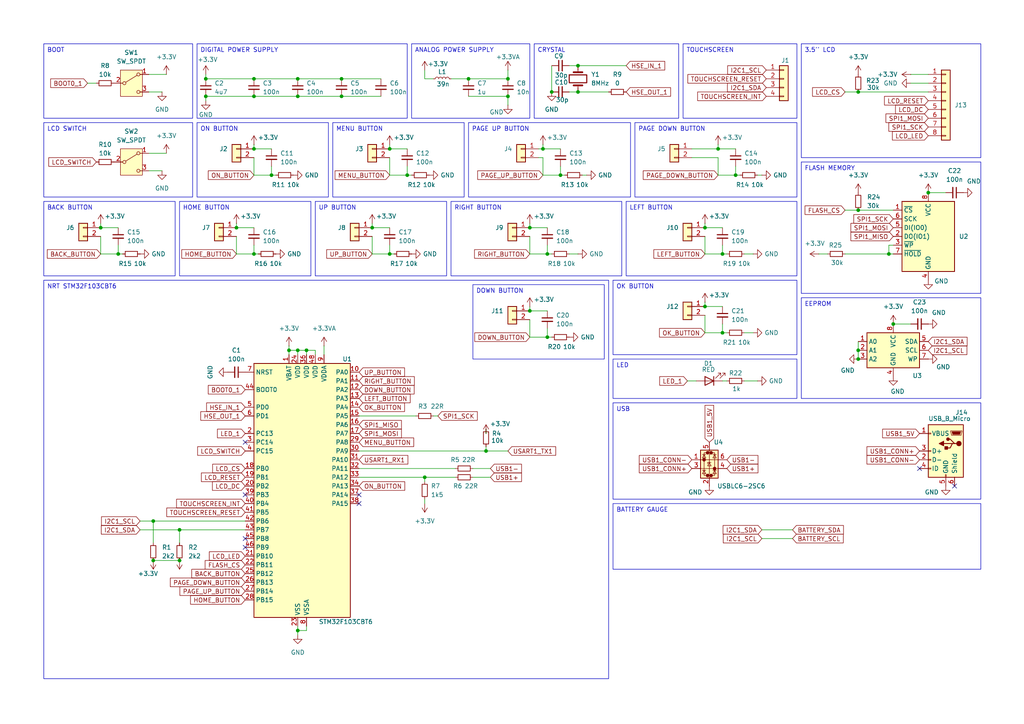
<source format=kicad_sch>
(kicad_sch (version 20231120) (generator "eeschema") (generator_version "8.0")
  (paper "A4")
  (title_block (title "PILOT") (date "2024-06-10") (rev "1.0"))
  (junction (at 86.36 101.6))
  (junction (at 158.75 97.79))
  (junction (at 113.03 43.18))
  (junction (at 248.92 60.96))
  (junction (at 107.95 66.04))
  (junction (at 86.36 27.94))
  (junction (at 73.66 27.94))
  (junction (at 73.66 73.66))
  (junction (at 257.81 73.66))
  (junction (at 153.67 66.04))
  (junction (at 140.97 130.81))
  (junction (at 162.56 50.8))
  (junction (at 44.45 162.56))
  (junction (at 34.29 73.66))
  (junction (at 158.75 73.66))
  (junction (at 52.07 162.56))
  (junction (at 118.11 50.8))
  (junction (at 204.47 88.9))
  (junction (at 259.08 93.98))
  (junction (at 209.55 96.52))
  (junction (at 52.07 153.67))
  (junction (at 86.36 22.86))
  (junction (at 86.36 182.88))
  (junction (at 83.82 101.6))
  (junction (at 208.28 43.18))
  (junction (at 73.66 43.18))
  (junction (at 209.55 73.66))
  (junction (at 213.36 50.8))
  (junction (at 99.06 27.94))
  (junction (at 157.48 43.18))
  (junction (at 160.02 26.67))
  (junction (at 29.21 66.04))
  (junction (at 147.32 27.94))
  (junction (at 123.19 138.43))
  (junction (at 73.66 22.86))
  (junction (at 204.47 66.04))
  (junction (at 88.9 101.6))
  (junction (at 153.67 90.17))
  (junction (at 269.24 55.88))
  (junction (at 44.45 151.13))
  (junction (at 78.74 50.8))
  (junction (at 248.92 26.67))
  (junction (at 68.58 66.04))
  (junction (at 135.89 22.86))
  (junction (at 167.64 19.05))
  (junction (at 167.64 26.67))
  (junction (at 248.92 104.14))
  (junction (at 147.32 22.86))
  (junction (at 113.03 73.66))
  (junction (at 248.92 101.6))
  (junction (at 59.69 27.94))
  (junction (at 99.06 22.86))
  (junction (at 59.69 22.86))
  (no_connect (at 71.12 143.51))
  (no_connect (at 104.14 146.05))
  (no_connect (at 71.12 158.75))
  (no_connect (at 104.14 143.51))
  (no_connect (at 276.86 140.97))
  (no_connect (at 266.7 135.89))
  (no_connect (at 71.12 128.27))
  (no_connect (at 71.12 156.21))
  (wire (pts (xy 29.21 66.04) (xy 34.29 66.04)))
  (wire (pts (xy 157.48 50.8) (xy 162.56 50.8)))
  (wire (pts (xy 43.18 49.53) (xy 46.99 49.53)))
  (wire (pts (xy 73.66 43.18) (xy 78.74 43.18)))
  (wire (pts (xy 44.45 157.48) (xy 44.45 151.13)))
  (wire (pts (xy 204.47 88.9) (xy 209.55 88.9)))
  (wire (pts (xy 80.01 50.8) (xy 78.74 50.8)))
  (wire (pts (xy 210.82 110.49) (xy 209.55 110.49)))
  (wire (pts (xy 107.95 68.58) (xy 107.95 73.66)))
  (wire (pts (xy 257.81 71.12) (xy 259.08 71.12)))
  (wire (pts (xy 248.92 26.67) (xy 269.24 26.67)))
  (wire (pts (xy 88.9 101.6) (xy 88.9 102.87)))
  (wire (pts (xy 165.1 19.05) (xy 167.64 19.05)))
  (wire (pts (xy 114.3 73.66) (xy 113.03 73.66)))
  (wire (pts (xy 158.75 73.66) (xy 158.75 71.12)))
  (wire (pts (xy 130.81 22.86) (xy 135.89 22.86)))
  (wire (pts (xy 107.95 66.04) (xy 113.03 66.04)))
  (wire (pts (xy 215.9 110.49) (xy 219.71 110.49)))
  (wire (pts (xy 156.21 43.18) (xy 157.48 43.18)))
  (wire (pts (xy 118.11 50.8) (xy 118.11 48.26)))
  (wire (pts (xy 167.64 73.66) (xy 165.1 73.66)))
  (wire (pts (xy 113.03 43.18) (xy 113.03 41.91)))
  (wire (pts (xy 208.28 43.18) (xy 213.36 43.18)))
  (wire (pts (xy 120.65 120.65) (xy 104.14 120.65)))
  (wire (pts (xy 59.69 21.59) (xy 59.69 22.86)))
  (wire (pts (xy 107.95 66.04) (xy 107.95 64.77)))
  (wire (pts (xy 204.47 91.44) (xy 204.47 96.52)))
  (wire (pts (xy 52.07 153.67) (xy 52.07 157.48)))
  (wire (pts (xy 220.98 156.21) (xy 229.87 156.21)))
  (wire (pts (xy 35.56 73.66) (xy 34.29 73.66)))
  (wire (pts (xy 83.82 100.33) (xy 83.82 101.6)))
  (wire (pts (xy 43.18 26.67) (xy 46.99 26.67)))
  (wire (pts (xy 208.28 50.8) (xy 213.36 50.8)))
  (wire (pts (xy 123.19 144.78) (xy 123.19 146.05)))
  (wire (pts (xy 88.9 182.88) (xy 88.9 181.61)))
  (wire (pts (xy 68.58 66.04) (xy 73.66 66.04)))
  (wire (pts (xy 140.97 124.46) (xy 140.97 125.73)))
  (wire (pts (xy 59.69 27.94) (xy 59.69 29.21)))
  (wire (pts (xy 137.16 138.43) (xy 142.24 138.43)))
  (wire (pts (xy 214.63 50.8) (xy 213.36 50.8)))
  (wire (pts (xy 119.38 50.8) (xy 118.11 50.8)))
  (wire (pts (xy 160.02 97.79) (xy 158.75 97.79)))
  (wire (pts (xy 44.45 162.56) (xy 52.07 162.56)))
  (wire (pts (xy 163.83 50.8) (xy 162.56 50.8)))
  (wire (pts (xy 248.92 60.96) (xy 259.08 60.96)))
  (wire (pts (xy 218.44 73.66) (xy 215.9 73.66)))
  (wire (pts (xy 204.47 66.04) (xy 209.55 66.04)))
  (wire (pts (xy 201.93 110.49) (xy 199.39 110.49)))
  (wire (pts (xy 73.66 73.66) (xy 73.66 71.12)))
  (wire (pts (xy 269.24 55.88) (xy 274.32 55.88)))
  (wire (pts (xy 86.36 181.61) (xy 86.36 182.88)))
  (wire (pts (xy 88.9 101.6) (xy 91.44 101.6)))
  (wire (pts (xy 245.11 73.66) (xy 257.81 73.66)))
  (wire (pts (xy 147.32 20.32) (xy 147.32 22.86)))
  (wire (pts (xy 147.32 27.94) (xy 147.32 30.48)))
  (wire (pts (xy 93.98 100.33) (xy 93.98 102.87)))
  (wire (pts (xy 78.74 50.8) (xy 78.74 48.26)))
  (wire (pts (xy 162.56 50.8) (xy 162.56 48.26)))
  (wire (pts (xy 157.48 45.72) (xy 156.21 45.72)))
  (wire (pts (xy 99.06 27.94) (xy 110.49 27.94)))
  (wire (pts (xy 113.03 73.66) (xy 113.03 71.12)))
  (wire (pts (xy 86.36 182.88) (xy 86.36 184.15)))
  (wire (pts (xy 29.21 66.04) (xy 29.21 64.77)))
  (wire (pts (xy 135.89 27.94) (xy 147.32 27.94)))
  (wire (pts (xy 73.66 50.8) (xy 78.74 50.8)))
  (wire (pts (xy 237.49 73.66) (xy 240.03 73.66)))
  (wire (pts (xy 204.47 68.58) (xy 204.47 73.66)))
  (wire (pts (xy 73.66 43.18) (xy 73.66 41.91)))
  (wire (pts (xy 104.14 135.89) (xy 132.08 135.89)))
  (wire (pts (xy 127 120.65) (xy 125.73 120.65)))
  (wire (pts (xy 52.07 153.67) (xy 71.12 153.67)))
  (wire (pts (xy 218.44 96.52) (xy 215.9 96.52)))
  (wire (pts (xy 264.16 21.59) (xy 269.24 21.59)))
  (wire (pts (xy 104.14 138.43) (xy 123.19 138.43)))
  (wire (pts (xy 157.48 43.18) (xy 157.48 41.91)))
  (wire (pts (xy 113.03 50.8) (xy 118.11 50.8)))
  (wire (pts (xy 153.67 92.71) (xy 153.67 97.79)))
  (wire (pts (xy 157.48 45.72) (xy 157.48 50.8)))
  (wire (pts (xy 68.58 73.66) (xy 73.66 73.66)))
  (wire (pts (xy 113.03 43.18) (xy 118.11 43.18)))
  (wire (pts (xy 34.29 73.66) (xy 34.29 71.12)))
  (wire (pts (xy 153.67 68.58) (xy 153.67 73.66)))
  (wire (pts (xy 167.64 26.67) (xy 176.53 26.67)))
  (wire (pts (xy 29.21 73.66) (xy 34.29 73.66)))
  (wire (pts (xy 209.55 73.66) (xy 209.55 71.12)))
  (wire (pts (xy 125.73 22.86) (xy 123.19 22.86)))
  (wire (pts (xy 113.03 45.72) (xy 113.03 50.8)))
  (wire (pts (xy 147.32 130.81) (xy 140.97 130.81)))
  (wire (pts (xy 158.75 97.79) (xy 158.75 95.25)))
  (wire (pts (xy 160.02 19.05) (xy 160.02 26.67)))
  (wire (pts (xy 259.08 93.98) (xy 264.16 93.98)))
  (wire (pts (xy 257.81 73.66) (xy 259.08 73.66)))
  (wire (pts (xy 204.47 66.04) (xy 204.47 64.77)))
  (wire (pts (xy 59.69 27.94) (xy 73.66 27.94)))
  (wire (pts (xy 68.58 66.04) (xy 68.58 64.77)))
  (wire (pts (xy 107.95 73.66) (xy 113.03 73.66)))
  (wire (pts (xy 257.81 71.12) (xy 257.81 73.66)))
  (wire (pts (xy 213.36 50.8) (xy 213.36 48.26)))
  (wire (pts (xy 73.66 22.86) (xy 86.36 22.86)))
  (wire (pts (xy 245.11 60.96) (xy 248.92 60.96)))
  (wire (pts (xy 83.82 101.6) (xy 83.82 102.87)))
  (wire (pts (xy 25.4 24.13) (xy 27.94 24.13)))
  (wire (pts (xy 208.28 43.18) (xy 208.28 41.91)))
  (wire (pts (xy 86.36 101.6) (xy 83.82 101.6)))
  (wire (pts (xy 167.64 19.05) (xy 181.61 19.05)))
  (wire (pts (xy 91.44 101.6) (xy 91.44 102.87)))
  (wire (pts (xy 43.18 44.45) (xy 48.26 44.45)))
  (wire (pts (xy 86.36 102.87) (xy 86.36 101.6)))
  (wire (pts (xy 245.11 26.67) (xy 248.92 26.67)))
  (wire (pts (xy 86.36 27.94) (xy 99.06 27.94)))
  (wire (pts (xy 208.28 45.72) (xy 208.28 50.8)))
  (wire (pts (xy 86.36 101.6) (xy 88.9 101.6)))
  (wire (pts (xy 86.36 22.86) (xy 99.06 22.86)))
  (wire (pts (xy 153.67 90.17) (xy 153.67 88.9)))
  (wire (pts (xy 68.58 68.58) (xy 68.58 73.66)))
  (wire (pts (xy 86.36 182.88) (xy 88.9 182.88)))
  (wire (pts (xy 59.69 22.86) (xy 73.66 22.86)))
  (wire (pts (xy 204.47 73.66) (xy 209.55 73.66)))
  (wire (pts (xy 140.97 129.54) (xy 140.97 130.81)))
  (wire (pts (xy 210.82 73.66) (xy 209.55 73.66)))
  (wire (pts (xy 142.24 135.89) (xy 137.16 135.89)))
  (wire (pts (xy 220.98 153.67) (xy 229.87 153.67)))
  (wire (pts (xy 165.1 26.67) (xy 167.64 26.67)))
  (wire (pts (xy 44.45 151.13) (xy 71.12 151.13)))
  (wire (pts (xy 153.67 73.66) (xy 158.75 73.66)))
  (wire (pts (xy 153.67 90.17) (xy 158.75 90.17)))
  (wire (pts (xy 99.06 22.86) (xy 110.49 22.86)))
  (wire (pts (xy 204.47 88.9) (xy 204.47 87.63)))
  (wire (pts (xy 140.97 130.81) (xy 104.14 130.81)))
  (wire (pts (xy 40.64 151.13) (xy 44.45 151.13)))
  (wire (pts (xy 209.55 96.52) (xy 209.55 93.98)))
  (wire (pts (xy 170.18 50.8) (xy 168.91 50.8)))
  (wire (pts (xy 135.89 22.86) (xy 147.32 22.86)))
  (wire (pts (xy 264.16 24.13) (xy 269.24 24.13)))
  (wire (pts (xy 204.47 96.52) (xy 209.55 96.52)))
  (wire (pts (xy 248.92 99.06) (xy 248.92 101.6)))
  (wire (pts (xy 74.93 73.66) (xy 73.66 73.66)))
  (wire (pts (xy 123.19 138.43) (xy 132.08 138.43)))
  (wire (pts (xy 123.19 22.86) (xy 123.19 20.32)))
  (wire (pts (xy 73.66 45.72) (xy 73.66 50.8)))
  (wire (pts (xy 248.92 101.6) (xy 248.92 104.14)))
  (wire (pts (xy 29.21 68.58) (xy 29.21 73.66)))
  (wire (pts (xy 220.98 50.8) (xy 219.71 50.8)))
  (wire (pts (xy 210.82 96.52) (xy 209.55 96.52)))
  (wire (pts (xy 160.02 73.66) (xy 158.75 73.66)))
  (wire (pts (xy 73.66 27.94) (xy 86.36 27.94)))
  (wire (pts (xy 153.67 97.79) (xy 158.75 97.79)))
  (wire (pts (xy 40.64 153.67) (xy 52.07 153.67)))
  (wire (pts (xy 123.19 138.43) (xy 123.19 139.7)))
  (wire (pts (xy 153.67 66.04) (xy 153.67 64.77)))
  (wire (pts (xy 157.48 43.18) (xy 162.56 43.18)))
  (wire (pts (xy 43.18 21.59) (xy 48.26 21.59)))
  (wire (pts (xy 208.28 43.18) (xy 200.66 43.18)))
  (wire (pts (xy 153.67 66.04) (xy 158.75 66.04)))
  (wire (pts (xy 208.28 45.72) (xy 200.66 45.72)))
  (text_box "ANALOG POWER SUPPLY" (at 119.38 12.7 0) (size 34.29 21.59) (effects (font (size 1.27 1.27)) (justify left top)))
  (text_box "BACK BUTTON" (at 12.7 58.42 0) (size 38.1 21.59) (effects (font (size 1.27 1.27)) (justify left top)))
  (text_box "DIGITAL POWER SUPPLY" (at 57.15 12.7 0) (size 60.96 21.59) (effects (font (size 1.27 1.27)) (justify left top)))
  (text_box "LEFT BUTTON" (at 181.61 58.42 0) (size 49.53 21.59) (effects (font (size 1.27 1.27)) (justify left top)))
  (text_box "ON BUTTON\n" (at 57.15 35.56 0) (size 38.1 21.59) (effects (font (size 1.27 1.27)) (justify left top)))
  (text_box "PAGE UP BUTTON\n" (at 135.89 35.56 0) (size 46.99 21.59) (effects (font (size 1.27 1.27)) (justify left top)))
  (text_box "USB\n" (at 177.8 116.84 0) (size 106.68 27.94) (effects (font (size 1.27 1.27)) (justify left top)))
  (text_box "3.5'' LCD" (at 232.41 12.7 0) (size 52.07 33.02) (effects (font (size 1.27 1.27)) (justify left top)))
  (text_box "FLASH MEMORY" (at 232.41 46.99 0) (size 52.07 38.1) (effects (font (size 1.27 1.27)) (justify left top)))
  (text_box "MENU BUTTON" (at 96.52 35.56 0) (size 38.1 21.59) (effects (font (size 1.27 1.27)) (justify left top)))
  (text_box "DOWN BUTTON" (at 137.16 82.55 0) (size 38.1 21.59) (effects (font (size 1.27 1.27)) (justify left top)))
  (text_box "PAGE DOWN BUTTON" (at 184.15 35.56 0) (size 46.99 21.59) (effects (font (size 1.27 1.27)) (justify left top)))
  (text_box "RIGHT BUTTON" (at 130.81 58.42 0) (size 49.53 21.59) (effects (font (size 1.27 1.27)) (justify left top)))
  (text_box "NRT STM32F103CBT6" (at 12.7 81.28 0) (size 163.83 115.57) (effects (font (size 1.27 1.27)) (justify left top)))
  (text_box "HOME BUTTON" (at 52.07 58.42 0) (size 38.1 21.59) (effects (font (size 1.27 1.27)) (justify left top)))
  (text_box "BATTERY GAUGE" (at 177.8 146.05 0) (size 106.68 19.05) (effects (font (size 1.27 1.27)) (justify left top)))
  (text_box "UP BUTTON" (at 91.44 58.42 0) (size 38.1 21.59) (effects (font (size 1.27 1.27)) (justify left top)))
  (text_box "EEPROM" (at 232.41 86.36 0) (size 52.07 29.21) (effects (font (size 1.27 1.27)) (justify left top)))
  (text_box "TOUCHSCREEN\n" (at 198.12 12.7 0) (size 33.02 21.59) (effects (font (size 1.27 1.27)) (justify left top)))
  (text_box "LED" (at 177.8 104.14 0) (size 53.34 11.43) (effects (font (size 1.27 1.27)) (justify left top)))
  (text_box "CRYSTAL\n" (at 154.94 12.7 0) (size 41.91 21.59) (effects (font (size 1.27 1.27)) (justify left top)))
  (text_box "LCD SWITCH\n" (at 12.7 35.56 0) (size 43.18 21.59) (effects (font (size 1.27 1.27)) (justify left top)))
  (text_box "BOOT" (at 12.7 12.7 0) (size 43.18 21.59) (effects (font (size 1.27 1.27)) (justify left top)))
  (text_box "OK BUTTON" (at 177.8 81.28 0) (size 53.34 21.59) (effects (font (size 1.27 1.27)) (justify left top)))
  (global_label "USB1+" (shape input) (at 210.82 135.89 0) (property "Intersheetrefs" "${INTERSHEET_REFS}" (effects (hide yes))))
  (global_label "MENU_BUTTON" (shape input) (at 104.14 128.27 0) (property "Intersheetrefs" "${INTERSHEET_REFS}" (effects (hide yes))))
  (global_label "RIGHT_BUTTON" (shape input) (at 104.14 110.49 0) (property "Intersheetrefs" "${INTERSHEET_REFS}" (effects (hide yes))))
  (global_label "HSE_IN_1" (shape input) (at 71.12 118.11 180) (property "Intersheetrefs" "${INTERSHEET_REFS}" (effects (hide yes))))
  (global_label "SPI1_SCK" (shape input) (at 127 120.65 0) (property "Intersheetrefs" "${INTERSHEET_REFS}" (effects (hide yes))))
  (global_label "LEFT_BUTTON" (shape input) (at 104.14 115.57 0) (property "Intersheetrefs" "${INTERSHEET_REFS}" (effects (hide yes))))
  (global_label "I2C1_SCL" (shape input) (at 222.25 20.32 180) (property "Intersheetrefs" "${INTERSHEET_REFS}" (effects (hide yes))))
  (global_label "USB1_5V" (shape input) (at 266.7 125.73 180) (property "Intersheetrefs" "${INTERSHEET_REFS}" (effects (hide yes))))
  (global_label "FLASH_CS" (shape input) (at 245.11 60.96 180) (property "Intersheetrefs" "${INTERSHEET_REFS}" (effects (hide yes))))
  (global_label "DOWN_BUTTON" (shape input) (at 153.67 97.79 180) (property "Intersheetrefs" "${INTERSHEET_REFS}" (effects (hide yes))))
  (global_label "RIGHT_BUTTON" (shape input) (at 153.67 73.66 180) (property "Intersheetrefs" "${INTERSHEET_REFS}" (effects (hide yes))))
  (global_label "LCD_RESET" (shape input) (at 269.24 29.21 180) (property "Intersheetrefs" "${INTERSHEET_REFS}" (effects (hide yes))))
  (global_label "OK_BUTTON" (shape input) (at 204.47 96.52 180) (property "Intersheetrefs" "${INTERSHEET_REFS}" (effects (hide yes))))
  (global_label "USB1_CONN+" (shape input) (at 200.66 135.89 180) (property "Intersheetrefs" "${INTERSHEET_REFS}" (effects (hide yes))))
  (global_label "FLASH_CS" (shape input) (at 71.12 163.83 180) (property "Intersheetrefs" "${INTERSHEET_REFS}" (effects (hide yes))))
  (global_label "PAGE_DOWN_BUTTON" (shape input) (at 208.28 50.8 180) (property "Intersheetrefs" "${INTERSHEET_REFS}" (effects (hide yes))))
  (global_label "I2C1_SDA" (shape input) (at 220.98 153.67 180) (property "Intersheetrefs" "${INTERSHEET_REFS}" (effects (hide yes))))
  (global_label "LCD_SWITCH" (shape input) (at 71.12 130.81 180) (property "Intersheetrefs" "${INTERSHEET_REFS}" (effects (hide yes))))
  (global_label "LEFT_BUTTON" (shape input) (at 204.47 73.66 180) (property "Intersheetrefs" "${INTERSHEET_REFS}" (effects (hide yes))))
  (global_label "PAGE_UP_BUTTON" (shape input) (at 157.48 50.8 180) (property "Intersheetrefs" "${INTERSHEET_REFS}" (effects (hide yes))))
  (global_label "BOOT0_1" (shape input) (at 25.4 24.13 180) (property "Intersheetrefs" "${INTERSHEET_REFS}" (effects (hide yes))))
  (global_label "SPI1_SCK" (shape input) (at 259.08 63.5 180) (property "Intersheetrefs" "${INTERSHEET_REFS}" (effects (hide yes))))
  (global_label "USB1_5V" (shape input) (at 205.74 128.27 90) (property "Intersheetrefs" "${INTERSHEET_REFS}" (effects (hide yes))))
  (global_label "LED_1" (shape input) (at 71.12 125.73 180) (property "Intersheetrefs" "${INTERSHEET_REFS}" (effects (hide yes))))
  (global_label "MENU_BUTTON" (shape input) (at 113.03 50.8 180) (property "Intersheetrefs" "${INTERSHEET_REFS}" (effects (hide yes))))
  (global_label "OK_BUTTON" (shape input) (at 104.14 118.11 0) (property "Intersheetrefs" "${INTERSHEET_REFS}" (effects (hide yes))))
  (global_label "PAGE_UP_BUTTON" (shape input) (at 71.12 171.45 180) (property "Intersheetrefs" "${INTERSHEET_REFS}" (effects (hide yes))))
  (global_label "TOUCHSCREEN_RESET" (shape input) (at 71.12 148.59 180) (property "Intersheetrefs" "${INTERSHEET_REFS}" (effects (hide yes))))
  (global_label "I2C1_SCL" (shape input) (at 220.98 156.21 180) (property "Intersheetrefs" "${INTERSHEET_REFS}" (effects (hide yes))))
  (global_label "DOWN_BUTTON" (shape input) (at 104.14 113.03 0) (property "Intersheetrefs" "${INTERSHEET_REFS}" (effects (hide yes))))
  (global_label "LCD_DC" (shape input) (at 71.12 140.97 180) (property "Intersheetrefs" "${INTERSHEET_REFS}" (effects (hide yes))))
  (global_label "LCD_DC" (shape input) (at 269.24 31.75 180) (property "Intersheetrefs" "${INTERSHEET_REFS}" (effects (hide yes))))
  (global_label "USB1-" (shape input) (at 210.82 133.35 0) (property "Intersheetrefs" "${INTERSHEET_REFS}" (effects (hide yes))))
  (global_label "SPI1_SCK" (shape input) (at 269.24 36.83 180) (property "Intersheetrefs" "${INTERSHEET_REFS}" (effects (hide yes))))
  (global_label "HOME_BUTTON" (shape input) (at 68.58 73.66 180) (property "Intersheetrefs" "${INTERSHEET_REFS}" (effects (hide yes))))
  (global_label "BATTERY_SDA" (shape input) (at 229.87 153.67 0) (property "Intersheetrefs" "${INTERSHEET_REFS}" (effects (hide yes))))
  (global_label "ON_BUTTON" (shape input) (at 73.66 50.8 180) (property "Intersheetrefs" "${INTERSHEET_REFS}" (effects (hide yes))))
  (global_label "LCD_LED" (shape input) (at 269.24 39.37 180) (property "Intersheetrefs" "${INTERSHEET_REFS}" (effects (hide yes))))
  (global_label "USB1_CONN-" (shape input) (at 266.7 133.35 180) (property "Intersheetrefs" "${INTERSHEET_REFS}" (effects (hide yes))))
  (global_label "USB1_CONN-" (shape input) (at 200.66 133.35 180) (property "Intersheetrefs" "${INTERSHEET_REFS}" (effects (hide yes))))
  (global_label "SPI1_MOSI" (shape input) (at 269.24 34.29 180) (property "Intersheetrefs" "${INTERSHEET_REFS}" (effects (hide yes))))
  (global_label "SPI1_MISO" (shape input) (at 104.14 123.19 0) (property "Intersheetrefs" "${INTERSHEET_REFS}" (effects (hide yes))))
  (global_label "BACK_BUTTON" (shape input) (at 71.12 166.37 180) (property "Intersheetrefs" "${INTERSHEET_REFS}" (effects (hide yes))))
  (global_label "I2C1_SCL" (shape input) (at 269.24 101.6 0) (property "Intersheetrefs" "${INTERSHEET_REFS}" (effects (hide yes))))
  (global_label "SPI1_MOSI" (shape input) (at 259.08 66.04 180) (property "Intersheetrefs" "${INTERSHEET_REFS}" (effects (hide yes))))
  (global_label "TOUCHSCREEN_INT" (shape input) (at 222.25 27.94 180) (property "Intersheetrefs" "${INTERSHEET_REFS}" (effects (hide yes))))
  (global_label "SPI1_MOSI" (shape input) (at 104.14 125.73 0) (property "Intersheetrefs" "${INTERSHEET_REFS}" (effects (hide yes))))
  (global_label "HSE_IN_1" (shape input) (at 181.61 19.05 0) (property "Intersheetrefs" "${INTERSHEET_REFS}" (effects (hide yes))))
  (global_label "BACK_BUTTON" (shape input) (at 29.21 73.66 180) (property "Intersheetrefs" "${INTERSHEET_REFS}" (effects (hide yes))))
  (global_label "USART1_RX1" (shape input) (at 104.14 133.35 0) (property "Intersheetrefs" "${INTERSHEET_REFS}" (effects (hide yes))))
  (global_label "SPI1_MISO" (shape input) (at 259.08 68.58 180) (property "Intersheetrefs" "${INTERSHEET_REFS}" (effects (hide yes))))
  (global_label "ON_BUTTON" (shape input) (at 104.14 140.97 0) (property "Intersheetrefs" "${INTERSHEET_REFS}" (effects (hide yes))))
  (global_label "BATTERY_SCL" (shape input) (at 229.87 156.21 0) (property "Intersheetrefs" "${INTERSHEET_REFS}" (effects (hide yes))))
  (global_label "LCD_LED" (shape input) (at 71.12 161.29 180) (property "Intersheetrefs" "${INTERSHEET_REFS}" (effects (hide yes))))
  (global_label "HSE_OUT_1" (shape input) (at 181.61 26.67 0) (property "Intersheetrefs" "${INTERSHEET_REFS}" (effects (hide yes))))
  (global_label "LCD_RESET" (shape input) (at 71.12 138.43 180) (property "Intersheetrefs" "${INTERSHEET_REFS}" (effects (hide yes))))
  (global_label "TOUCHSCREEN_RESET" (shape input) (at 222.25 22.86 180) (property "Intersheetrefs" "${INTERSHEET_REFS}" (effects (hide yes))))
  (global_label "LCD_SWITCH" (shape input) (at 27.94 46.99 180) (property "Intersheetrefs" "${INTERSHEET_REFS}" (effects (hide yes))))
  (global_label "HSE_OUT_1" (shape input) (at 71.12 120.65 180) (property "Intersheetrefs" "${INTERSHEET_REFS}" (effects (hide yes))))
  (global_label "I2C1_SDA" (shape input) (at 269.24 99.06 0) (property "Intersheetrefs" "${INTERSHEET_REFS}" (effects (hide yes))))
  (global_label "BOOT0_1" (shape input) (at 71.12 113.03 180) (property "Intersheetrefs" "${INTERSHEET_REFS}" (effects (hide yes))))
  (global_label "HOME_BUTTON" (shape input) (at 71.12 173.99 180) (property "Intersheetrefs" "${INTERSHEET_REFS}" (effects (hide yes))))
  (global_label "I2C1_SDA" (shape input) (at 222.25 25.4 180) (property "Intersheetrefs" "${INTERSHEET_REFS}" (effects (hide yes))))
  (global_label "LED_1" (shape input) (at 199.39 110.49 180) (property "Intersheetrefs" "${INTERSHEET_REFS}" (effects (hide yes))))
  (global_label "UP_BUTTON" (shape input) (at 107.95 73.66 180) (property "Intersheetrefs" "${INTERSHEET_REFS}" (effects (hide yes))))
  (global_label "LCD_CS" (shape input) (at 245.11 26.67 180) (property "Intersheetrefs" "${INTERSHEET_REFS}" (effects (hide yes))))
  (global_label "USB1+" (shape input) (at 142.24 138.43 0) (property "Intersheetrefs" "${INTERSHEET_REFS}" (effects (hide yes))))
  (global_label "USB1_CONN+" (shape input) (at 266.7 130.81 180) (property "Intersheetrefs" "${INTERSHEET_REFS}" (effects (hide yes))))
  (global_label "PAGE_DOWN_BUTTON" (shape input) (at 71.12 168.91 180) (property "Intersheetrefs" "${INTERSHEET_REFS}" (effects (hide yes))))
  (global_label "I2C1_SDA" (shape input) (at 40.64 153.67 180) (property "Intersheetrefs" "${INTERSHEET_REFS}" (effects (hide yes))))
  (global_label "LCD_CS" (shape input) (at 71.12 135.89 180) (property "Intersheetrefs" "${INTERSHEET_REFS}" (effects (hide yes))))
  (global_label "USART1_TX1" (shape input) (at 147.32 130.81 0) (property "Intersheetrefs" "${INTERSHEET_REFS}" (effects (hide yes))))
  (global_label "UP_BUTTON" (shape input) (at 104.14 107.95 0) (property "Intersheetrefs" "${INTERSHEET_REFS}" (effects (hide yes))))
  (global_label "I2C1_SCL" (shape input) (at 40.64 151.13 180) (property "Intersheetrefs" "${INTERSHEET_REFS}" (effects (hide yes))))
  (global_label "USB1-" (shape input) (at 142.24 135.89 0) (property "Intersheetrefs" "${INTERSHEET_REFS}" (effects (hide yes))))
  (global_label "TOUCHSCREEN_INT" (shape input) (at 71.12 146.05 180) (property "Intersheetrefs" "${INTERSHEET_REFS}" (effects (hide yes))))
  (symbol (lib_id "Device:C_Small") (at 209.55 68.58 0) (unit 1)
    (property "Reference" "C19" (at 212.09 67.3162 0) (effects (justify left)))
    (property "Value" "100n" (at 212.09 69.8562 0) (effects (justify left)))
    (property "Footprint" "Capacitor_SMD:C_0402_1005Metric" (effects (hide yes)))
    (property "Description" "Unpolarized capacitor, small symbol" (effects (hide yes)))
  )
  (symbol (lib_id "power:GND") (at 274.32 140.97 0) (unit 1)
    (property "Reference" "#PWR0100" (effects (hide yes)))
    (property "Value" "GND" (at 272.288 142.748 0) (effects (justify right)))
    (property "Description" "Power symbol creates a global label with name \"GND\" , ground" (effects (hide yes)))
  )
  (symbol (lib_id "power:+3.3V") (at 44.45 162.56 180) (unit 1)
    (property "Reference" "#PWR057" (effects (hide yes)))
    (property "Value" "+3.3V" (at 42.926 166.37 0))
    (property "Description" "Power symbol creates a global label with name \"+3.3V\"" (effects (hide yes)))
  )
  (symbol (lib_id "Device:R_Small") (at 44.45 160.02 180) (unit 1)
    (property "Reference" "R1" (at 46.99 158.7499 0) (effects (justify right)))
    (property "Value" "2k2" (at 46.99 161.2899 0) (effects (justify right)))
    (property "Footprint" "Resistor_SMD:R_0402_1005Metric" (effects (hide yes)))
    (property "Description" "Resistor, small symbol" (effects (hide yes)))
  )
  (symbol (lib_id "Device:R_Small") (at 248.92 24.13 0) (unit 1)
    (property "Reference" "R23" (at 251.206 23.368 0) (effects (justify left)))
    (property "Value" "30k" (at 251.46 25.3999 0) (effects (justify left)))
    (property "Footprint" "Resistor_SMD:R_0201_0603Metric" (effects (hide yes)))
    (property "Description" "Resistor, small symbol" (effects (hide yes)))
  )
  (symbol (lib_id "power:+3.3V") (at 259.08 93.98 0) (unit 1)
    (property "Reference" "#PWR096" (effects (hide yes)))
    (property "Value" "+3.3V" (at 259.08 88.9 0))
    (property "Description" "Power symbol creates a global label with name \"+3.3V\"" (effects (hide yes)))
  )
  (symbol (lib_id "Connector_Generic:Conn_01x02") (at 63.5 66.04 0) (mirror y) (unit 1)
    (property "Reference" "J7" (at 60.96 66.0399 0) (effects (justify left)))
    (property "Value" "Conn_01x02" (effects (hide yes)))
    (property "Footprint" "Connector_JST:JST_GH_BM02B-GHS-TBT_1x02-1MP_P1.25mm_Vertical" (effects (hide yes)))
    (property "Description" "Generic connector, single row, 01x02, script generated (kicad-library-utils/schlib/autogen/connector/)" (effects (hide yes)))
  )
  (symbol (lib_id "Connector_Generic:Conn_01x02") (at 151.13 43.18 0) (mirror y) (unit 1)
    (property "Reference" "J4" (at 148.59 43.1799 0) (effects (justify left)))
    (property "Value" "Conn_01x02" (effects (hide yes)))
    (property "Footprint" "Connector_JST:JST_GH_BM02B-GHS-TBT_1x02-1MP_P1.25mm_Vertical" (effects (hide yes)))
    (property "Description" "Generic connector, single row, 01x02, script generated (kicad-library-utils/schlib/autogen/connector/)" (effects (hide yes)))
  )
  (symbol (lib_id "Connector_Generic:Conn_01x02") (at 195.58 43.18 0) (mirror y) (unit 1)
    (property "Reference" "J5" (at 193.04 43.1799 0) (effects (justify left)))
    (property "Value" "Conn_01x02" (effects (hide yes)))
    (property "Footprint" "Connector_JST:JST_GH_BM02B-GHS-TBT_1x02-1MP_P1.25mm_Vertical" (effects (hide yes)))
    (property "Description" "Generic connector, single row, 01x02, script generated (kicad-library-utils/schlib/autogen/connector/)" (effects (hide yes)))
  )
  (symbol (lib_id "power:+3.3V") (at 264.16 21.59 90) (unit 1)
    (property "Reference" "#PWR098" (effects (hide yes)))
    (property "Value" "+3.3V" (at 260.35 21.5899 90) (effects (justify left)))
    (property "Description" "Power symbol creates a global label with name \"+3.3V\"" (effects (hide yes)))
  )
  (symbol (lib_id "power:GND") (at 59.69 29.21 0) (unit 1)
    (property "Reference" "#PWR064" (effects (hide yes)))
    (property "Value" "GND" (at 59.69 33.274 0))
    (property "Description" "Power symbol creates a global label with name \"GND\" , ground" (effects (hide yes)))
  )
  (symbol (lib_id "power:GND") (at 170.18 50.8 90) (unit 1)
    (property "Reference" "#PWR085" (effects (hide yes)))
    (property "Value" "GND" (at 175.514 50.8 90))
    (property "Description" "Power symbol creates a global label with name \"GND\" , ground" (effects (hide yes)))
  )
  (symbol (lib_id "power:+3.3V") (at 123.19 20.32 0) (unit 1)
    (property "Reference" "#PWR076" (effects (hide yes)))
    (property "Value" "+3.3V" (at 127 18.542 0))
    (property "Description" "Power symbol creates a global label with name \"+3.3V\"" (effects (hide yes)))
  )
  (symbol (lib_id "Device:R_Small") (at 116.84 73.66 90) (unit 1)
    (property "Reference" "R17" (at 115.062 76.454 90))
    (property "Value" "10k" (at 119.38 76.454 90))
    (property "Footprint" "Resistor_SMD:R_0402_1005Metric" (effects (hide yes)))
    (property "Description" "Resistor, small symbol" (effects (hide yes)))
  )
  (symbol (lib_id "Memory_Flash:W25X40CLSS") (at 269.24 68.58 0) (unit 1)
    (property "Reference" "U2" (at 278.13 68.5799 0) (effects (justify left)))
    (property "Value" "W25X40CLSS" (effects (hide yes)))
    (property "Footprint" "Package_SO:SOIC-8_5.275x5.275mm_P1.27mm" (effects (hide yes)))
    (property "Datasheet" "https://www.winbond.com/resource-files/W25X40CL_G%2020210505.pdf" (effects (hide yes)))
    (property "Description" "4Mbit Serial Flash memory, dual I/O SPI, SOIC-8 208mil" (effects (hide yes)))
  )
  (symbol (lib_id "power:+3.3V") (at 48.26 21.59 0) (unit 1)
    (property "Reference" "#PWR060" (effects (hide yes)))
    (property "Value" "+3.3V" (at 48.26 16.51 0))
    (property "Description" "Power symbol creates a global label with name \"+3.3V\"" (effects (hide yes)))
  )
  (symbol (lib_id "Device:C_Small") (at 276.86 55.88 270) (unit 1)
    (property "Reference" "C22" (at 276.8536 49.53 90))
    (property "Value" "100n" (at 276.8536 52.07 90))
    (property "Footprint" "Capacitor_SMD:C_0402_1005Metric" (effects (hide yes)))
    (property "Description" "Unpolarized capacitor, small symbol" (effects (hide yes)))
  )
  (symbol (lib_id "power:+3.3VA") (at 93.98 100.33 0) (unit 1)
    (property "Reference" "#PWR043" (effects (hide yes)))
    (property "Value" "+3.3VA" (at 93.98 95.25 0))
    (property "Description" "Power symbol creates a global label with name \"+3.3VA\"" (effects (hide yes)))
  )
  (symbol (lib_id "Connector:USB_B_Micro") (at 274.32 130.81 0) (mirror y) (unit 1)
    (property "Reference" "J14" (at 277.114 119.634 0) (effects (justify right)))
    (property "Value" "USB_B_Micro" (at 269.24 121.412 0) (effects (justify right)))
    (property "Footprint" "Connector_USB:USB_Micro-B_Molex-105017-0001" (effects (hide yes)))
    (property "Description" "USB Micro Type B connector" (effects (hide yes)))
  )
  (symbol (lib_id "power:+3.3V") (at 52.07 162.56 180) (unit 1)
    (property "Reference" "#PWR062" (effects (hide yes)))
    (property "Value" "+3.3V" (effects (hide yes)))
    (property "Description" "Power symbol creates a global label with name \"+3.3V\"" (effects (hide yes)))
  )
  (symbol (lib_id "Device:C_Small") (at 118.11 45.72 0) (unit 1)
    (property "Reference" "C12" (at 120.65 44.4562 0) (effects (justify left)))
    (property "Value" "100n" (at 120.65 46.9962 0) (effects (justify left)))
    (property "Footprint" "Capacitor_SMD:C_0402_1005Metric" (effects (hide yes)))
    (property "Description" "Unpolarized capacitor, small symbol" (effects (hide yes)))
  )
  (symbol (lib_id "Device:R_Small") (at 248.92 58.42 0) (unit 1)
    (property "Reference" "R24" (at 251.46 57.1499 0) (effects (justify left)))
    (property "Value" "30k" (at 251.46 59.6899 0) (effects (justify left)))
    (property "Footprint" "flash_cs" (effects (hide yes)))
    (property "Description" "Resistor, small symbol" (effects (hide yes)))
  )
  (symbol (lib_id "Device:C_Small") (at 209.55 91.44 0) (unit 1)
    (property "Reference" "C21" (at 212.09 90.1762 0) (effects (justify left)))
    (property "Value" "100n" (at 212.09 92.7162 0) (effects (justify left)))
    (property "Footprint" "Capacitor_SMD:C_0402_1005Metric" (effects (hide yes)))
    (property "Description" "Unpolarized capacitor, small symbol" (effects (hide yes)))
  )
  (symbol (lib_id "Device:R_Small") (at 213.36 73.66 90) (unit 1)
    (property "Reference" "R19" (at 211.582 76.454 90))
    (property "Value" "10k" (at 215.9 76.454 90))
    (property "Footprint" "Resistor_SMD:R_0402_1005Metric" (effects (hide yes)))
    (property "Description" "Resistor, small symbol" (effects (hide yes)))
  )
  (symbol (lib_id "power:+3.3V") (at 269.24 55.88 0) (unit 1)
    (property "Reference" "#PWR0101" (effects (hide yes)))
    (property "Value" "+3.3V" (at 269.24 50.8 0))
    (property "Description" "Power symbol creates a global label with name \"+3.3V\"" (effects (hide yes)))
  )
  (symbol (lib_id "Device:C_Small") (at 86.36 25.4 0) (unit 1)
    (property "Reference" "C4" (at 88.9 24.1362 0) (effects (justify left)))
    (property "Value" "100n" (at 88.9 26.6762 0) (effects (justify left)))
    (property "Footprint" "Capacitor_SMD:C_0402_1005Metric" (effects (hide yes)))
    (property "Description" "Unpolarized capacitor, small symbol" (effects (hide yes)))
  )
  (symbol (lib_id "Device:R_Small") (at 123.19 120.65 270) (unit 1)
    (property "Reference" "R3" (at 123.952 117.856 90) (effects (justify right)))
    (property "Value" "22R" (at 128.778 117.856 90) (effects (justify right)))
    (property "Footprint" "Resistor_SMD:R_0402_1005Metric" (effects (hide yes)))
    (property "Description" "Resistor, small symbol" (effects (hide yes)))
  )
  (symbol (lib_id "power:+3.3V") (at 237.49 73.66 90) (unit 1)
    (property "Reference" "#PWR092" (effects (hide yes)))
    (property "Value" "+3.3V" (at 239.268 70.612 90) (effects (justify left)))
    (property "Description" "Power symbol creates a global label with name \"+3.3V\"" (effects (hide yes)))
  )
  (symbol (lib_id "Device:R_Small") (at 140.97 127 180) (unit 1)
    (property "Reference" "R4" (at 144.018 125.73 0))
    (property "Value" "10k" (at 144.272 127.762 0))
    (property "Footprint" "Resistor_SMD:R_0402_1005Metric" (effects (hide yes)))
    (property "Description" "Resistor, small symbol" (effects (hide yes)))
  )
  (symbol (lib_id "Device:C_Small") (at 59.69 25.4 0) (unit 1)
    (property "Reference" "C2" (at 62.23 24.1362 0) (effects (justify left)))
    (property "Value" "4u7" (at 62.23 26.6762 0) (effects (justify left)))
    (property "Footprint" "Capacitor_SMD:C_0603_1608Metric" (effects (hide yes)))
    (property "Description" "Unpolarized capacitor, small symbol" (effects (hide yes)))
  )
  (symbol (lib_id "power:+3.3V") (at 123.19 146.05 180) (unit 1)
    (property "Reference" "#PWR077" (effects (hide yes)))
    (property "Value" "+3.3V" (at 123.19 151.13 0))
    (property "Description" "Power symbol creates a global label with name \"+3.3V\"" (effects (hide yes)))
  )
  (symbol (lib_id "Device:R_Small") (at 121.92 50.8 90) (unit 1)
    (property "Reference" "R12" (at 120.142 53.594 90))
    (property "Value" "10k" (at 124.46 53.594 90))
    (property "Footprint" "Resistor_SMD:R_0402_1005Metric" (effects (hide yes)))
    (property "Description" "Resistor, small symbol" (effects (hide yes)))
  )
  (symbol (lib_id "power:GND") (at 124.46 50.8 90) (unit 1)
    (property "Reference" "#PWR078" (effects (hide yes)))
    (property "Value" "GND" (at 129.794 50.8 90))
    (property "Description" "Power symbol creates a global label with name \"GND\" , ground" (effects (hide yes)))
  )
  (symbol (lib_id "power:+3.3V") (at 248.92 21.59 0) (unit 1)
    (property "Reference" "#PWR093" (effects (hide yes)))
    (property "Value" "+3.3V" (at 248.92 16.51 0))
    (property "Description" "Power symbol creates a global label with name \"+3.3V\"" (effects (hide yes)))
  )
  (symbol (lib_id "Device:R_Small") (at 162.56 97.79 90) (unit 1)
    (property "Reference" "R20" (at 160.782 100.584 90))
    (property "Value" "10k" (at 165.1 100.584 90))
    (property "Footprint" "Resistor_SMD:R_0402_1005Metric" (effects (hide yes)))
    (property "Description" "Resistor, small symbol" (effects (hide yes)))
  )
  (symbol (lib_id "Device:R_Small") (at 30.48 46.99 270) (unit 1)
    (property "Reference" "R10" (at 30.48 41.91 90))
    (property "Value" "10k" (at 30.48 44.45 90))
    (property "Footprint" "Resistor_SMD:R_0402_1005Metric" (effects (hide yes)))
    (property "Description" "Resistor, small symbol" (effects (hide yes)))
  )
  (symbol (lib_id "power:GND") (at 269.24 81.28 0) (unit 1)
    (property "Reference" "#PWR0102" (effects (hide yes)))
    (property "Value" "GND" (at 273.05 81.534 0))
    (property "Description" "Power symbol creates a global label with name \"GND\" , ground" (effects (hide yes)))
  )
  (symbol (lib_id "Device:R_Small") (at 213.36 110.49 90) (unit 1)
    (property "Reference" "R22" (at 213.36 108.204 90))
    (property "Value" "1k" (at 213.614 112.776 90))
    (property "Footprint" "Resistor_SMD:R_0201_0603Metric" (effects (hide yes)))
    (property "Description" "Resistor, small symbol" (effects (hide yes)))
  )
  (symbol (lib_id "Device:R_Small") (at 82.55 50.8 90) (unit 1)
    (property "Reference" "R11" (at 80.772 53.594 90))
    (property "Value" "10k" (at 85.09 53.594 90))
    (property "Footprint" "Resistor_SMD:R_0402_1005Metric" (effects (hide yes)))
    (property "Description" "Resistor, small symbol" (effects (hide yes)))
  )
  (symbol (lib_id "Connector_Generic:Conn_01x02") (at 148.59 66.04 0) (mirror y) (unit 1)
    (property "Reference" "J9" (at 146.05 66.0399 0) (effects (justify left)))
    (property "Value" "Conn_01x02" (effects (hide yes)))
    (property "Footprint" "Connector_JST:JST_GH_BM02B-GHS-TBT_1x02-1MP_P1.25mm_Vertical" (effects (hide yes)))
    (property "Description" "Generic connector, single row, 01x02, script generated (kicad-library-utils/schlib/autogen/connector/)" (effects (hide yes)))
  )
  (symbol (lib_id "power:GND") (at 264.16 24.13 270) (unit 1)
    (property "Reference" "#PWR099" (effects (hide yes)))
    (property "Value" "GND" (at 260.35 24.1299 90) (effects (justify right)))
    (property "Description" "Power symbol creates a global label with name \"GND\" , ground" (effects (hide yes)))
  )
  (symbol (lib_id "Connector_Generic:Conn_01x02") (at 68.58 43.18 0) (mirror y) (unit 1)
    (property "Reference" "J2" (at 66.04 43.1799 0) (effects (justify left)))
    (property "Value" "Conn_01x02" (effects (hide yes)))
    (property "Footprint" "Connector_JST:JST_GH_BM02B-GHS-TBT_1x02-1MP_P1.25mm_Vertical" (effects (hide yes)))
    (property "Description" "Generic connector, single row, 01x02, script generated (kicad-library-utils/schlib/autogen/connector/)" (effects (hide yes)))
  )
  (symbol (lib_id "power:+3.3V") (at 68.58 64.77 0) (unit 1)
    (property "Reference" "#PWR066" (effects (hide yes)))
    (property "Value" "+3.3V" (at 72.644 62.738 0))
    (property "Description" "Power symbol creates a global label with name \"+3.3V\"" (effects (hide yes)))
  )
  (symbol (lib_id "power:GND") (at 40.64 73.66 90) (unit 1)
    (property "Reference" "#PWR056" (effects (hide yes)))
    (property "Value" "GND" (at 45.974 73.66 90))
    (property "Description" "Power symbol creates a global label with name \"GND\" , ground" (effects (hide yes)))
  )
  (symbol (lib_id "power:GND") (at 66.04 107.95 270) (unit 1)
    (property "Reference" "#PWR065" (effects (hide yes)))
    (property "Value" "GND" (at 60.96 107.95 0))
    (property "Description" "Power symbol creates a global label with name \"GND\" , ground" (effects (hide yes)))
  )
  (symbol (lib_id "power:GND") (at 205.74 140.97 0) (unit 1)
    (property "Reference" "#PWR034" (effects (hide yes)))
    (property "Value" "GND" (at 203.708 142.748 0) (effects (justify right)))
    (property "Description" "Power symbol creates a global label with name \"GND\" , ground" (effects (hide yes)))
  )
  (symbol (lib_id "Device:R_Small") (at 52.07 160.02 180) (unit 1)
    (property "Reference" "R2" (at 54.61 158.7499 0) (effects (justify right)))
    (property "Value" "2k2" (at 54.61 161.2899 0) (effects (justify right)))
    (property "Footprint" "Resistor_SMD:R_0402_1005Metric" (effects (hide yes)))
    (property "Description" "Resistor, small symbol" (effects (hide yes)))
  )
  (symbol (lib_id "Device:C_Small") (at 158.75 68.58 0) (unit 1)
    (property "Reference" "C18" (at 161.29 67.3162 0) (effects (justify left)))
    (property "Value" "100n" (at 161.29 69.8562 0) (effects (justify left)))
    (property "Footprint" "Capacitor_SMD:C_0402_1005Metric" (effects (hide yes)))
    (property "Description" "Unpolarized capacitor, small symbol" (effects (hide yes)))
  )
  (symbol (lib_id "power:+3.3V") (at 113.03 41.91 0) (unit 1)
    (property "Reference" "#PWR074" (effects (hide yes)))
    (property "Value" "+3.3V" (at 117.094 39.878 0))
    (property "Description" "Power symbol creates a global label with name \"+3.3V\"" (effects (hide yes)))
  )
  (symbol (lib_id "Device:LED") (at 205.74 110.49 180) (unit 1)
    (property "Reference" "D1" (at 205.486 105.41 0))
    (property "Value" "RED" (at 205.486 107.188 0))
    (property "Footprint" "Capacitor_SMD:C_0201_0603Metric" (effects (hide yes)))
    (property "Description" "Light emitting diode" (effects (hide yes)))
  )
  (symbol (lib_id "Device:L_Small") (at 128.27 22.86 90) (unit 1)
    (property "Reference" "L1" (at 128.27 20.828 90))
    (property "Value" "39n" (at 128.524 24.384 90))
    (property "Footprint" "Inductor_SMD:L_0402_1005Metric" (effects (hide yes)))
    (property "Description" "Inductor, small symbol" (effects (hide yes)))
  )
  (symbol (lib_id "Device:Crystal") (at 167.64 22.86 90) (unit 1)
    (property "Reference" "Y1" (at 171.45 21.5899 90) (effects (justify right)))
    (property "Value" "8MHz" (at 171.45 24.1299 90) (effects (justify right)))
    (property "Footprint" "Crystal:Crystal_SMD_5032-2Pin_5.0x3.2mm" (effects (hide yes)))
    (property "Description" "Two pin crystal" (effects (hide yes)))
  )
  (symbol (lib_id "power:+3.3V") (at 153.67 88.9 0) (unit 1)
    (property "Reference" "#PWR044" (effects (hide yes)))
    (property "Value" "+3.3V" (at 157.734 86.868 0))
    (property "Description" "Power symbol creates a global label with name \"+3.3V\"" (effects (hide yes)))
  )
  (symbol (lib_id "power:+3.3V") (at 83.82 100.33 0) (unit 1)
    (property "Reference" "#PWR069" (effects (hide yes)))
    (property "Value" "+3.3V" (at 83.82 95.25 0))
    (property "Description" "Power symbol creates a global label with name \"+3.3V\"" (effects (hide yes)))
  )
  (symbol (lib_id "Device:C_Small") (at 162.56 26.67 90) (unit 1)
    (property "Reference" "C10" (at 162.814 23.876 90))
    (property "Value" "30p" (at 163.068 28.956 90))
    (property "Footprint" "Capacitor_SMD:C_0201_0603Metric" (effects (hide yes)))
    (property "Description" "Unpolarized capacitor, small symbol" (effects (hide yes)))
  )
  (symbol (lib_id "Switch:SW_SPDT") (at 38.1 46.99 0) (unit 1)
    (property "Reference" "SW2" (at 38.1 38.1 0))
    (property "Value" "SW_SPDT" (at 38.1 40.64 0))
    (property "Footprint" "Button_Switch_SMD:SW_SPDT_PCM12" (effects (hide yes)))
    (property "Description" "Switch, single pole double throw" (effects (hide yes)))
  )
  (symbol (lib_id "Device:R_Small") (at 123.19 142.24 180) (unit 1)
    (property "Reference" "R7" (at 124.968 140.97 0) (effects (justify right)))
    (property "Value" "1k5" (at 124.968 143.51 0) (effects (justify right)))
    (property "Footprint" "Resistor_SMD:R_0402_1005Metric" (effects (hide yes)))
    (property "Description" "Resistor, small symbol" (effects (hide yes)))
  )
  (symbol (lib_id "Device:C_Small") (at 147.32 25.4 0) (unit 1)
    (property "Reference" "C8" (at 149.86 24.1362 0) (effects (justify left)))
    (property "Value" "10n" (at 149.86 26.6762 0) (effects (justify left)))
    (property "Footprint" "Capacitor_SMD:C_0402_1005Metric" (effects (hide yes)))
    (property "Description" "Unpolarized capacitor, small symbol" (effects (hide yes)))
  )
  (symbol (lib_id "Device:R_Small") (at 77.47 73.66 90) (unit 1)
    (property "Reference" "R16" (at 75.692 76.454 90))
    (property "Value" "10k" (at 80.01 76.454 90))
    (property "Footprint" "Resistor_SMD:R_0402_1005Metric" (effects (hide yes)))
    (property "Description" "Resistor, small symbol" (effects (hide yes)))
  )
  (symbol (lib_id "power:GND") (at 220.98 50.8 90) (unit 1)
    (property "Reference" "#PWR091" (effects (hide yes)))
    (property "Value" "GND" (at 226.314 50.8 90))
    (property "Description" "Power symbol creates a global label with name \"GND\" , ground" (effects (hide yes)))
  )
  (symbol (lib_id "Device:R_Small") (at 162.56 73.66 90) (unit 1)
    (property "Reference" "R18" (at 160.782 76.454 90))
    (property "Value" "10k" (at 165.1 76.454 90))
    (property "Footprint" "Resistor_SMD:R_0402_1005Metric" (effects (hide yes)))
    (property "Description" "Resistor, small symbol" (effects (hide yes)))
  )
  (symbol (lib_id "power:GND") (at 80.01 73.66 90) (unit 1)
    (property "Reference" "#PWR068" (effects (hide yes)))
    (property "Value" "GND" (at 85.344 73.66 90))
    (property "Description" "Power symbol creates a global label with name \"GND\" , ground" (effects (hide yes)))
  )
  (symbol (lib_id "Device:R_Small") (at 166.37 50.8 90) (unit 1)
    (property "Reference" "R13" (at 164.592 53.594 90))
    (property "Value" "10k" (at 168.91 53.594 90))
    (property "Footprint" "Resistor_SMD:R_0402_1005Metric" (effects (hide yes)))
    (property "Description" "Resistor, small symbol" (effects (hide yes)))
  )
  (symbol (lib_id "power:GND") (at 160.02 26.67 0) (unit 1)
    (property "Reference" "#PWR083" (effects (hide yes)))
    (property "Value" "GND" (at 160.02 31.75 0))
    (property "Description" "Power symbol creates a global label with name \"GND\" , ground" (effects (hide yes)))
  )
  (symbol (lib_id "Connector_Generic:Conn_01x02") (at 148.59 90.17 0) (mirror y) (unit 1)
    (property "Reference" "J11" (at 146.05 90.1699 0) (effects (justify left)))
    (property "Value" "Conn_01x02" (effects (hide yes)))
    (property "Footprint" "Connector_JST:JST_GH_BM02B-GHS-TBT_1x02-1MP_P1.25mm_Vertical" (effects (hide yes)))
    (property "Description" "Generic connector, single row, 01x02, script generated (kicad-library-utils/schlib/autogen/connector/)" (effects (hide yes)))
  )
  (symbol (lib_id "Device:R_Small") (at 134.62 138.43 270) (unit 1)
    (property "Reference" "R6" (at 134.112 140.97 90) (effects (justify right)))
    (property "Value" "22R" (at 138.684 140.97 90) (effects (justify right)))
    (property "Footprint" "Resistor_SMD:R_0402_1005Metric" (effects (hide yes)))
    (property "Description" "Resistor, small symbol" (effects (hide yes)))
  )
  (symbol (lib_id "Device:R_Small") (at 38.1 73.66 90) (unit 1)
    (property "Reference" "R15" (at 36.322 76.454 90))
    (property "Value" "10k" (at 40.64 76.454 90))
    (property "Footprint" "Resistor_SMD:R_0402_1005Metric" (effects (hide yes)))
    (property "Description" "Resistor, small symbol" (effects (hide yes)))
  )
  (symbol (lib_id "Device:C_Small") (at 34.29 68.58 0) (unit 1)
    (property "Reference" "C15" (at 36.83 67.3162 0) (effects (justify left)))
    (property "Value" "100n" (at 36.83 69.8562 0) (effects (justify left)))
    (property "Footprint" "Capacitor_SMD:C_0402_1005Metric" (effects (hide yes)))
    (property "Description" "Unpolarized capacitor, small symbol" (effects (hide yes)))
  )
  (symbol (lib_id "power:+3.3V") (at 48.26 44.45 0) (unit 1)
    (property "Reference" "#PWR061" (effects (hide yes)))
    (property "Value" "+3.3V" (at 48.26 39.37 0))
    (property "Description" "Power symbol creates a global label with name \"+3.3V\"" (effects (hide yes)))
  )
  (symbol (lib_id "Power_Protection:USBLC6-2SC6") (at 205.74 133.35 0) (unit 1)
    (property "Reference" "U4" (at 207.01 128.27 0) (effects (justify left)))
    (property "Value" "USBLC6-2SC6" (at 208.026 140.97 0) (effects (justify left)))
    (property "Footprint" "Package_TO_SOT_SMD:SOT-23-6" (effects (hide yes)))
    (property "Datasheet" "https://www.st.com/resource/en/datasheet/usblc6-2.pdf" (effects (hide yes)))
    (property "Description" "Very low capacitance ESD protection diode, 2 data-line, SOT-23-6" (effects (hide yes)))
  )
  (symbol (lib_id "power:GND") (at 85.09 50.8 90) (unit 1)
    (property "Reference" "#PWR070" (effects (hide yes)))
    (property "Value" "GND" (at 90.424 50.8 90))
    (property "Description" "Power symbol creates a global label with name \"GND\" , ground" (effects (hide yes)))
  )
  (symbol (lib_id "power:GND") (at 86.36 184.15 0) (unit 1)
    (property "Reference" "#PWR071" (effects (hide yes)))
    (property "Value" "GND" (at 86.36 189.23 0))
    (property "Description" "Power symbol creates a global label with name \"GND\" , ground" (effects (hide yes)))
  )
  (symbol (lib_id "power:GND") (at 46.99 26.67 0) (unit 1)
    (property "Reference" "#PWR058" (effects (hide yes)))
    (property "Value" "GND" (at 46.99 31.75 0))
    (property "Description" "Power symbol creates a global label with name \"GND\" , ground" (effects (hide yes)))
  )
  (symbol (lib_id "power:GND") (at 147.32 30.48 0) (unit 1)
    (property "Reference" "#PWR080" (effects (hide yes)))
    (property "Value" "GND" (at 144.018 32.512 0))
    (property "Description" "Power symbol creates a global label with name \"GND\" , ground" (effects (hide yes)))
  )
  (symbol (lib_id "Device:C_Small") (at 110.49 25.4 0) (unit 1)
    (property "Reference" "C6" (at 113.03 24.1362 0) (effects (justify left)))
    (property "Value" "100n" (at 113.03 26.6762 0) (effects (justify left)))
    (property "Footprint" "Capacitor_SMD:C_0402_1005Metric" (effects (hide yes)))
    (property "Description" "Unpolarized capacitor, small symbol" (effects (hide yes)))
  )
  (symbol (lib_id "Switch:SW_SPDT") (at 38.1 24.13 0) (unit 1)
    (property "Reference" "SW1" (at 38.1 15.24 0))
    (property "Value" "SW_SPDT" (at 38.1 17.78 0))
    (property "Footprint" "Button_Switch_SMD:SW_SPDT_PCM12" (effects (hide yes)))
    (property "Description" "Switch, single pole double throw" (effects (hide yes)))
  )
  (symbol (lib_id "Device:R_Small") (at 179.07 26.67 270) (unit 1)
    (property "Reference" "R9" (at 179.07 21.59 90))
    (property "Value" "0" (at 179.07 24.13 90))
    (property "Footprint" "Resistor_SMD:R_0402_1005Metric" (effects (hide yes)))
    (property "Description" "Resistor, small symbol" (effects (hide yes)))
  )
  (symbol (lib_id "power:+3.3V") (at 73.66 41.91 0) (unit 1)
    (property "Reference" "#PWR067" (effects (hide yes)))
    (property "Value" "+3.3V" (at 77.724 39.878 0))
    (property "Description" "Power symbol creates a global label with name \"+3.3V\"" (effects (hide yes)))
  )
  (symbol (lib_id "power:GND") (at 269.24 104.14 90) (unit 1)
    (property "Reference" "#PWR0104" (effects (hide yes)))
    (property "Value" "GND" (at 271.526 106.426 90) (effects (justify right)))
    (property "Description" "Power symbol creates a global label with name \"GND\" , ground" (effects (hide yes)))
  )
  (symbol (lib_id "Device:R_Small") (at 30.48 24.13 270) (unit 1)
    (property "Reference" "R8" (at 30.48 19.05 90))
    (property "Value" "10k" (at 30.48 21.59 90))
    (property "Footprint" "Resistor_SMD:R_0402_1005Metric" (effects (hide yes)))
    (property "Description" "Resistor, small symbol" (effects (hide yes)))
  )
  (symbol (lib_id "Connector_Generic:Conn_01x02") (at 199.39 88.9 0) (mirror y) (unit 1)
    (property "Reference" "J12" (at 196.85 88.8999 0) (effects (justify left)))
    (property "Value" "Conn_01x02" (effects (hide yes)))
    (property "Footprint" "Connector_JST:JST_GH_BM02B-GHS-TBT_1x02-1MP_P1.25mm_Vertical" (effects (hide yes)))
    (property "Description" "Generic connector, single row, 01x02, script generated (kicad-library-utils/schlib/autogen/connector/)" (effects (hide yes)))
  )
  (symbol (lib_id "power:+3.3V") (at 29.21 64.77 0) (unit 1)
    (property "Reference" "#PWR055" (effects (hide yes)))
    (property "Value" "+3.3V" (at 33.274 62.738 0))
    (property "Description" "Power symbol creates a global label with name \"+3.3V\"" (effects (hide yes)))
  )
  (symbol (lib_id "power:GND") (at 219.71 110.49 90) (unit 1)
    (property "Reference" "#PWR04" (effects (hide yes)))
    (property "Value" "GND" (at 225.044 110.49 90))
    (property "Description" "Power symbol creates a global label with name \"GND\" , ground" (effects (hide yes)))
  )
  (symbol (lib_id "power:+3.3V") (at 153.67 64.77 0) (unit 1)
    (property "Reference" "#PWR081" (effects (hide yes)))
    (property "Value" "+3.3V" (at 157.734 62.738 0))
    (property "Description" "Power symbol creates a global label with name \"+3.3V\"" (effects (hide yes)))
  )
  (symbol (lib_id "power:GND") (at 218.44 73.66 90) (unit 1)
    (property "Reference" "#PWR089" (effects (hide yes)))
    (property "Value" "GND" (at 223.774 73.66 90))
    (property "Description" "Power symbol creates a global label with name \"GND\" , ground" (effects (hide yes)))
  )
  (symbol (lib_id "Device:R_Small") (at 134.62 135.89 270) (unit 1)
    (property "Reference" "R5" (at 133.35 133.35 90) (effects (justify right)))
    (property "Value" "22R" (at 137.922 133.35 90) (effects (justify right)))
    (property "Footprint" "Resistor_SMD:R_0402_1005Metric" (effects (hide yes)))
    (property "Description" "Resistor, small symbol" (effects (hide yes)))
  )
  (symbol (lib_id "Device:C_Small") (at 213.36 45.72 0) (unit 1)
    (property "Reference" "C14" (at 215.9 44.4562 0) (effects (justify left)))
    (property "Value" "100n" (at 215.9 46.9962 0) (effects (justify left)))
    (property "Footprint" "Capacitor_SMD:C_0402_1005Metric" (effects (hide yes)))
    (property "Description" "Unpolarized capacitor, small symbol" (effects (hide yes)))
  )
  (symbol (lib_id "Connector_Generic:Conn_01x08") (at 274.32 29.21 0) (unit 1)
    (property "Reference" "J13" (at 276.86 30.4799 0) (effects (justify left)))
    (property "Value" "3.5'' LCD" (effects (hide yes)))
    (property "Footprint" "Connector_JST:JST_ZH_B8B-ZR-SM4-TF_1x08-1MP_P1.50mm_Vertical" (effects (hide yes)))
    (property "Description" "Generic connector, single row, 01x08, script generated (kicad-library-utils/schlib/autogen/connector/)" (effects (hide yes)))
  )
  (symbol (lib_id "Device:C_Small") (at 73.66 68.58 0) (unit 1)
    (property "Reference" "C16" (at 76.2 67.3162 0) (effects (justify left)))
    (property "Value" "100n" (at 76.2 69.8562 0) (effects (justify left)))
    (property "Footprint" "Capacitor_SMD:C_0402_1005Metric" (effects (hide yes)))
    (property "Description" "Unpolarized capacitor, small symbol" (effects (hide yes)))
  )
  (symbol (lib_id "power:+3.3V") (at 248.92 55.88 0) (unit 1)
    (property "Reference" "#PWR094" (effects (hide yes)))
    (property "Value" "+3.3V" (at 248.92 50.8 0))
    (property "Description" "Power symbol creates a global label with name \"+3.3V\"" (effects (hide yes)))
  )
  (symbol (lib_id "Device:C_Small") (at 266.7 93.98 270) (unit 1)
    (property "Reference" "C23" (at 266.6936 87.63 90))
    (property "Value" "100n" (at 266.6936 90.17 90))
    (property "Footprint" "Capacitor_SMD:C_0402_1005Metric" (effects (hide yes)))
    (property "Description" "Unpolarized capacitor, small symbol" (effects (hide yes)))
  )
  (symbol (lib_id "Device:R_Small") (at 213.36 96.52 90) (unit 1)
    (property "Reference" "R21" (at 211.582 99.314 90))
    (property "Value" "10k" (at 215.9 99.314 90))
    (property "Footprint" "Resistor_SMD:R_0402_1005Metric" (effects (hide yes)))
    (property "Description" "Resistor, small symbol" (effects (hide yes)))
  )
  (symbol (lib_id "Device:C_Small") (at 135.89 25.4 0) (unit 1)
    (property "Reference" "C7" (at 138.43 24.1362 0) (effects (justify left)))
    (property "Value" "1u" (at 138.43 26.6762 0) (effects (justify left)))
    (property "Footprint" "Capacitor_SMD:C_0402_1005Metric" (effects (hide yes)))
    (property "Description" "Unpolarized capacitor, small symbol" (effects (hide yes)))
  )
  (symbol (lib_id "Connector_Generic:Conn_01x02") (at 107.95 43.18 0) (mirror y) (unit 1)
    (property "Reference" "J3" (at 105.41 43.1799 0) (effects (justify left)))
    (property "Value" "Conn_01x02" (effects (hide yes)))
    (property "Footprint" "Connector_JST:JST_GH_BM02B-GHS-TBT_1x02-1MP_P1.25mm_Vertical" (effects (hide yes)))
    (property "Description" "Generic connector, single row, 01x02, script generated (kicad-library-utils/schlib/autogen/connector/)" (effects (hide yes)))
  )
  (symbol (lib_id "power:+3.3V") (at 208.28 41.91 0) (unit 1)
    (property "Reference" "#PWR088" (effects (hide yes)))
    (property "Value" "+3.3V" (at 212.344 39.878 0))
    (property "Description" "Power symbol creates a global label with name \"+3.3V\"" (effects (hide yes)))
  )
  (symbol (lib_id "Device:C_Small") (at 162.56 45.72 0) (unit 1)
    (property "Reference" "C13" (at 165.1 44.4562 0) (effects (justify left)))
    (property "Value" "100n" (at 165.1 46.9962 0) (effects (justify left)))
    (property "Footprint" "Capacitor_SMD:C_0402_1005Metric" (effects (hide yes)))
    (property "Description" "Unpolarized capacitor, small symbol" (effects (hide yes)))
  )
  (symbol (lib_id "power:GND") (at 279.4 55.88 90) (unit 1)
    (property "Reference" "#PWR0105" (effects (hide yes)))
    (property "Value" "GND" (at 280.416 52.578 90) (effects (justify right)))
    (property "Description" "Power symbol creates a global label with name \"GND\" , ground" (effects (hide yes)))
  )
  (symbol (lib_id "power:+3.3VA") (at 147.32 20.32 0) (unit 1)
    (property "Reference" "#PWR079" (effects (hide yes)))
    (property "Value" "+3.3VA" (at 147.32 16.51 0))
    (property "Description" "Power symbol creates a global label with name \"+3.3VA\"" (effects (hide yes)))
  )
  (symbol (lib_id "Memory_EEPROM:AT24CS01-XHM") (at 259.08 101.6 0) (unit 1)
    (property "Reference" "U3" (at 264.668 108.966 0) (effects (justify left)))
    (property "Value" "AT24CS01-XHM" (effects (hide yes)))
    (property "Footprint" "Package_SO:SOP-8_3.9x4.9mm_P1.27mm" (effects (hide yes)))
    (property "Datasheet" "http://ww1.microchip.com/downloads/en/DeviceDoc/Atmel-8815-SEEPROM-AT24CS01-02-Datasheet.pdf" (effects (hide yes)))
    (property "Description" "I2C Serial EEPROM, 1Kb (128x8) with Unique Serial Number, TSSOP8" (effects (hide yes)))
  )
  (symbol (lib_id "power:GND") (at 167.64 73.66 90) (unit 1)
    (property "Reference" "#PWR084" (effects (hide yes)))
    (property "Value" "GND" (at 172.974 73.66 90))
    (property "Description" "Power symbol creates a global label with name \"GND\" , ground" (effects (hide yes)))
  )
  (symbol (lib_id "power:GND") (at 119.38 73.66 90) (unit 1)
    (property "Reference" "#PWR075" (effects (hide yes)))
    (property "Value" "GND" (at 124.714 73.66 90))
    (property "Description" "Power symbol creates a global label with name \"GND\" , ground" (effects (hide yes)))
  )
  (symbol (lib_id "Device:C_Small") (at 99.06 25.4 0) (unit 1)
    (property "Reference" "C5" (at 101.6 24.1362 0) (effects (justify left)))
    (property "Value" "100n" (at 101.6 26.6762 0) (effects (justify left)))
    (property "Footprint" "Capacitor_SMD:C_0402_1005Metric" (effects (hide yes)))
    (property "Description" "Unpolarized capacitor, small symbol" (effects (hide yes)))
  )
  (symbol (lib_id "power:GND") (at 165.1 97.79 90) (unit 1)
    (property "Reference" "#PWR045" (effects (hide yes)))
    (property "Value" "GND" (at 170.434 97.79 90))
    (property "Description" "Power symbol creates a global label with name \"GND\" , ground" (effects (hide yes)))
  )
  (symbol (lib_id "Device:C_Small") (at 68.58 107.95 270) (unit 1)
    (property "Reference" "C1" (at 68.5736 101.6 90))
    (property "Value" "100n" (at 68.5736 104.14 90))
    (property "Footprint" "Capacitor_SMD:C_0402_1005Metric" (effects (hide yes)))
    (property "Description" "Unpolarized capacitor, small symbol" (effects (hide yes)))
  )
  (symbol (lib_id "power:+3.3V") (at 59.69 21.59 0) (unit 1)
    (property "Reference" "#PWR063" (effects (hide yes)))
    (property "Value" "+3.3V" (at 60.198 17.272 0))
    (property "Description" "Power symbol creates a global label with name \"+3.3V\"" (effects (hide yes)))
  )
  (symbol (lib_id "Connector_Generic:Conn_01x04") (at 227.33 22.86 0) (unit 1)
    (property "Reference" "J1" (at 226.568 17.526 0) (effects (justify left)))
    (property "Value" "Touchscreen" (effects (hide yes)))
    (property "Footprint" "Connector_JST:JST_GH_BM04B-GHS-TBT_1x04-1MP_P1.25mm_Vertical" (effects (hide yes)))
    (property "Description" "Generic connector, single row, 01x04, script generated (kicad-library-utils/schlib/autogen/connector/)" (effects (hide yes)))
  )
  (symbol (lib_id "Device:C_Small") (at 162.56 19.05 90) (unit 1)
    (property "Reference" "C9" (at 162.052 16.256 90))
    (property "Value" "30p" (at 162.814 21.844 90))
    (property "Footprint" "Capacitor_SMD:C_0201_0603Metric" (effects (hide yes)))
    (property "Description" "Unpolarized capacitor, small symbol" (effects (hide yes)))
  )
  (symbol (lib_id "power:+3.3V") (at 157.48 41.91 0) (unit 1)
    (property "Reference" "#PWR082" (effects (hide yes)))
    (property "Value" "+3.3V" (at 161.544 39.878 0))
    (property "Description" "Power symbol creates a global label with name \"+3.3V\"" (effects (hide yes)))
  )
  (symbol (lib_id "Device:C_Small") (at 73.66 25.4 0) (unit 1)
    (property "Reference" "C3" (at 76.2 24.1362 0) (effects (justify left)))
    (property "Value" "100n" (at 76.2 26.6762 0) (effects (justify left)))
    (property "Footprint" "Capacitor_SMD:C_0402_1005Metric" (effects (hide yes)))
    (property "Description" "Unpolarized capacitor, small symbol" (effects (hide yes)))
  )
  (symbol (lib_id "Connector_Generic:Conn_01x02") (at 24.13 66.04 0) (mirror y) (unit 1)
    (property "Reference" "J6" (at 21.59 66.0399 0) (effects (justify left)))
    (property "Value" "Conn_01x02" (effects (hide yes)))
    (property "Footprint" "Connector_JST:JST_GH_BM02B-GHS-TBT_1x02-1MP_P1.25mm_Vertical" (effects (hide yes)))
    (property "Description" "Generic connector, single row, 01x02, script generated (kicad-library-utils/schlib/autogen/connector/)" (effects (hide yes)))
  )
  (symbol (lib_id "Connector_Generic:Conn_01x02") (at 102.87 66.04 0) (mirror y) (unit 1)
    (property "Reference" "J8" (at 100.33 66.0399 0) (effects (justify left)))
    (property "Value" "Conn_01x02" (effects (hide yes)))
    (property "Footprint" "Connector_JST:JST_GH_BM02B-GHS-TBT_1x02-1MP_P1.25mm_Vertical" (effects (hide yes)))
    (property "Description" "Generic connector, single row, 01x02, script generated (kicad-library-utils/schlib/autogen/connector/)" (effects (hide yes)))
  )
  (symbol (lib_id "power:GND") (at 259.08 109.22 0) (unit 1)
    (property "Reference" "#PWR097" (effects (hide yes)))
    (property "Value" "GND" (at 262.382 113.538 0) (effects (justify right)))
    (property "Description" "Power symbol creates a global label with name \"GND\" , ground" (effects (hide yes)))
  )
  (symbol (lib_id "Connector_Generic:Conn_01x02") (at 199.39 66.04 0) (mirror y) (unit 1)
    (property "Reference" "J10" (at 196.85 66.0399 0) (effects (justify left)))
    (property "Value" "Conn_01x02" (effects (hide yes)))
    (property "Footprint" "Connector_JST:JST_GH_BM02B-GHS-TBT_1x02-1MP_P1.25mm_Vertical" (effects (hide yes)))
    (property "Description" "Generic connector, single row, 01x02, script generated (kicad-library-utils/schlib/autogen/connector/)" (effects (hide yes)))
  )
  (symbol (lib_id "power:GND") (at 218.44 96.52 90) (unit 1)
    (property "Reference" "#PWR090" (effects (hide yes)))
    (property "Value" "GND" (at 223.774 96.52 90))
    (property "Description" "Power symbol creates a global label with name \"GND\" , ground" (effects (hide yes)))
  )
  (symbol (lib_id "power:+3.3V") (at 204.47 87.63 0) (unit 1)
    (property "Reference" "#PWR087" (effects (hide yes)))
    (property "Value" "+3.3V" (at 208.534 85.598 0))
    (property "Description" "Power symbol creates a global label with name \"+3.3V\"" (effects (hide yes)))
  )
  (symbol (lib_id "power:+3.3V") (at 140.97 125.73 0) (unit 1)
    (property "Reference" "#PWR05" (effects (hide yes)))
    (property "Value" "+3.3V" (at 145.034 122.936 0))
    (property "Description" "Power symbol creates a global label with name \"+3.3V\"" (effects (hide yes)))
  )
  (symbol (lib_id "power:GND") (at 46.99 49.53 0) (unit 1)
    (property "Reference" "#PWR059" (effects (hide yes)))
    (property "Value" "GND" (at 46.99 54.61 0))
    (property "Description" "Power symbol creates a global label with name \"GND\" , ground" (effects (hide yes)))
  )
  (symbol (lib_id "MCU_ST_STM32F1:STM32F103CBTx") (at 86.36 143.51 0) (unit 1)
    (property "Reference" "U1" (at 99.314 104.14 0) (effects (justify left)))
    (property "Value" "STM32F103CBT6" (at 92.456 180.34 0) (effects (justify left)))
    (property "Footprint" "Package_QFP:LQFP-48_7x7mm_P0.5mm" (effects (hide yes)))
    (property "Datasheet" "https://www.st.com/resource/en/datasheet/stm32f103cb.pdf" (effects (hide yes)))
    (property "Description" "STMicroelectronics Arm Cortex-M3 MCU, 128KB flash, 20KB RAM, 72 MHz, 2.0-3.6V, 37 GPIO, LQFP48" (effects (hide yes)))
  )
  (symbol (lib_id "Device:C_Small") (at 78.74 45.72 0) (unit 1)
    (property "Reference" "C11" (at 81.28 44.4562 0) (effects (justify left)))
    (property "Value" "100n" (at 81.28 46.9962 0) (effects (justify left)))
    (property "Footprint" "Capacitor_SMD:C_0402_1005Metric" (effects (hide yes)))
    (property "Description" "Unpolarized capacitor, small symbol" (effects (hide yes)))
  )
  (symbol (lib_id "power:GND") (at 269.24 93.98 90) (unit 1)
    (property "Reference" "#PWR0103" (effects (hide yes)))
    (property "Value" "GND" (at 270.256 90.678 90) (effects (justify right)))
    (property "Description" "Power symbol creates a global label with name \"GND\" , ground" (effects (hide yes)))
  )
  (symbol (lib_id "Device:C_Small") (at 158.75 92.71 0) (unit 1)
    (property "Reference" "C20" (at 161.29 91.4462 0) (effects (justify left)))
    (property "Value" "100n" (at 161.29 93.9862 0) (effects (justify left)))
    (property "Footprint" "Capacitor_SMD:C_0402_1005Metric" (effects (hide yes)))
    (property "Description" "Unpolarized capacitor, small symbol" (effects (hide yes)))
  )
  (symbol (lib_id "Device:C_Small") (at 113.03 68.58 0) (unit 1)
    (property "Reference" "C17" (at 115.57 67.3162 0) (effects (justify left)))
    (property "Value" "100n" (at 115.57 69.8562 0) (effects (justify left)))
    (property "Footprint" "Capacitor_SMD:C_0402_1005Metric" (effects (hide yes)))
    (property "Description" "Unpolarized capacitor, small symbol" (effects (hide yes)))
  )
  (symbol (lib_id "Device:R_Small") (at 242.57 73.66 270) (unit 1)
    (property "Reference" "R25" (at 242.316 71.12 90))
    (property "Value" "30k" (at 242.824 76.2 90))
    (property "Footprint" "Resistor_SMD:R_0201_0603Metric" (effects (hide yes)))
    (property "Description" "Resistor, small symbol" (effects (hide yes)))
  )
  (symbol (lib_id "Device:R_Small") (at 217.17 50.8 90) (unit 1)
    (property "Reference" "R14" (at 215.392 53.594 90))
    (property "Value" "10k" (at 219.71 53.594 90))
    (property "Footprint" "Resistor_SMD:R_0402_1005Metric" (effects (hide yes)))
    (property "Description" "Resistor, small symbol" (effects (hide yes)))
  )
  (symbol (lib_id "power:+3.3V") (at 107.95 64.77 0) (unit 1)
    (property "Reference" "#PWR073" (effects (hide yes)))
    (property "Value" "+3.3V" (at 112.014 62.738 0))
    (property "Description" "Power symbol creates a global label with name \"+3.3V\"" (effects (hide yes)))
  )
  (symbol (lib_id "power:GND") (at 248.92 104.14 270) (unit 1)
    (property "Reference" "#PWR095" (effects (hide yes)))
    (property "Value" "GND" (at 247.904 107.442 90) (effects (justify right)))
    (property "Description" "Power symbol creates a global label with name \"GND\" , ground" (effects (hide yes)))
  )
  (symbol (lib_id "power:+3.3V") (at 204.47 64.77 0) (unit 1)
    (property "Reference" "#PWR086" (effects (hide yes)))
    (property "Value" "+3.3V" (at 208.534 62.738 0))
    (property "Description" "Power symbol creates a global label with name \"+3.3V\"" (effects (hide yes)))
  )
)
</source>
